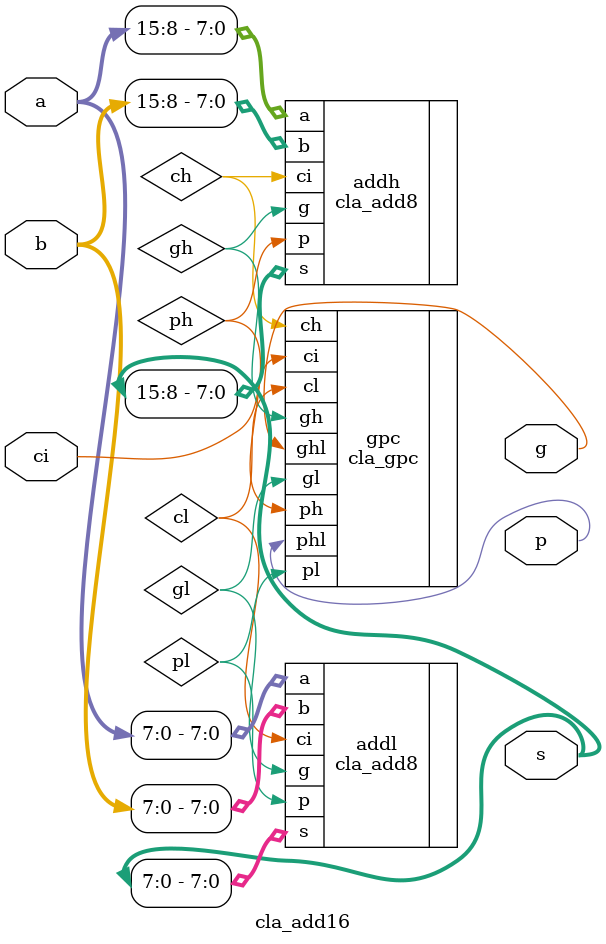
<source format=v>


module cla_add16 (
    input      [15:0] a,
    input      [15:0] b,
    input             ci,

    output            g,
    output            p,
    output     [15:0] s
);

wire ch, cl;
wire gh, gl;
wire ph, pl;

cla_add8 addh (
    .a(a[15:8]),// in
    .b(b[15:8]),// in
    .ci(ch),    // in
    .g(gh),     // out
    .p(ph),     // out
    .s(s[15:8]) // out
);

cla_add8 addl (
    .a(a[7:0]), // in
    .b(b[7:0]), // in
    .ci(cl),    // in
    .g(gl),     // out
    .p(pl),     // out
    .s(s[7:0])  // out
);

cla_gpc gpc (
    .gh(gh),    // in
    .ph(ph),    // in
    .gl(gl),    // in
    .pl(pl),    // in
    .ci(ci),    // in
    .ghl(g),    // out
    .phl(p),    // out
    .ch(ch),    // out
    .cl(cl)     // out
);

endmodule

</source>
